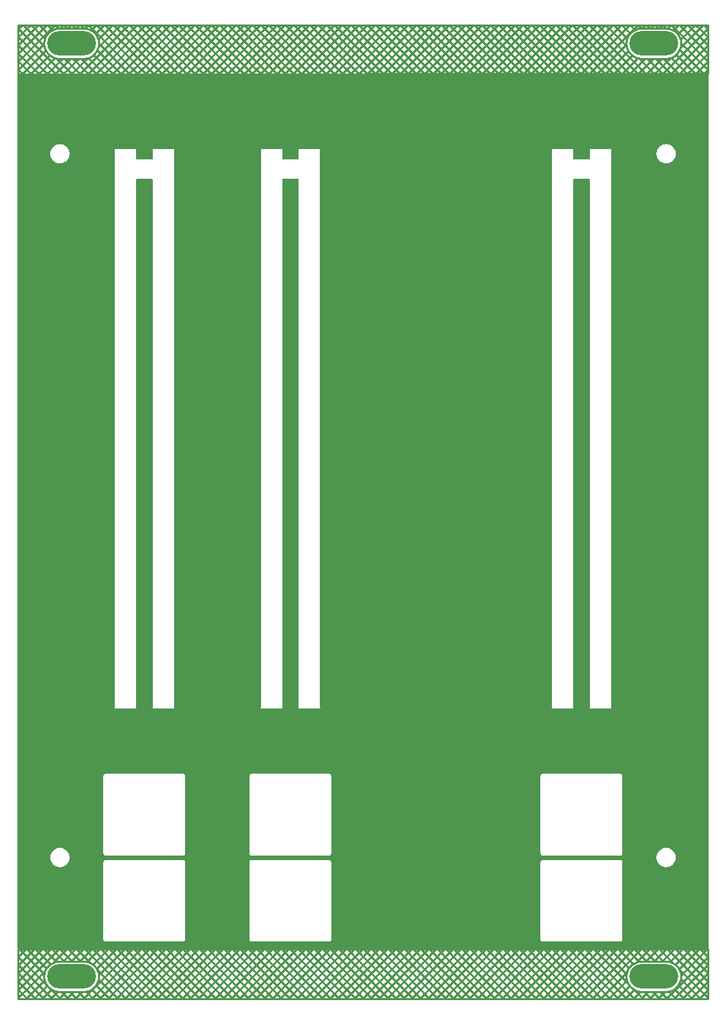
<source format=gbl>
G04 Layer: BottomLayer*
G04 EasyEDA v6.5.29, 2023-07-16 15:11:24*
G04 2c12c0e84ba74d3092461a17c469f48c,5a6b42c53f6a479593ecc07194224c93,10*
G04 Gerber Generator version 0.2*
G04 Scale: 100 percent, Rotated: No, Reflected: No *
G04 Dimensions in millimeters *
G04 leading zeros omitted , absolute positions ,4 integer and 5 decimal *
%FSLAX45Y45*%
%MOMM*%

%ADD10C,0.2540*%
%ADD11O,6.4000126X3.1999936*%

%LPD*%
G36*
X36068Y698500D02*
G01*
X32156Y699262D01*
X28905Y701497D01*
X26670Y704748D01*
X25908Y708660D01*
X25908Y3837940D01*
X26670Y3841851D01*
X28905Y3845102D01*
X32156Y3847337D01*
X36068Y3848100D01*
X32156Y3848862D01*
X28905Y3851097D01*
X26670Y3854348D01*
X25908Y3858260D01*
X25908Y12150090D01*
X26670Y12154001D01*
X28905Y12157303D01*
X32156Y12159488D01*
X36068Y12160250D01*
X9095232Y12166600D01*
X9099092Y12165787D01*
X9102394Y12163602D01*
X9104630Y12160300D01*
X9105392Y12156440D01*
X9105392Y708660D01*
X9104630Y704748D01*
X9102394Y701497D01*
X9099143Y699262D01*
X9095232Y698500D01*
G37*

%LPC*%
G36*
X8547100Y10999317D02*
G01*
X8562238Y11000232D01*
X8577224Y11002975D01*
X8591702Y11007496D01*
X8605570Y11013744D01*
X8618575Y11021618D01*
X8630564Y11030966D01*
X8641283Y11041735D01*
X8650681Y11053673D01*
X8658555Y11066678D01*
X8664803Y11080546D01*
X8669324Y11095075D01*
X8672068Y11110010D01*
X8672982Y11125200D01*
X8672068Y11140389D01*
X8669324Y11155324D01*
X8664803Y11169853D01*
X8658555Y11183721D01*
X8650681Y11196726D01*
X8641283Y11208664D01*
X8630564Y11219434D01*
X8618575Y11228781D01*
X8605570Y11236655D01*
X8591702Y11242903D01*
X8577224Y11247424D01*
X8562238Y11250168D01*
X8547100Y11251082D01*
X8531910Y11250168D01*
X8516924Y11247424D01*
X8502446Y11242903D01*
X8488578Y11236655D01*
X8475573Y11228781D01*
X8463584Y11219434D01*
X8452866Y11208664D01*
X8443468Y11196726D01*
X8435594Y11183721D01*
X8429345Y11169853D01*
X8424824Y11155324D01*
X8422081Y11140389D01*
X8421166Y11125200D01*
X8422081Y11110010D01*
X8424824Y11095075D01*
X8429345Y11080546D01*
X8435594Y11066678D01*
X8443468Y11053673D01*
X8452866Y11041735D01*
X8463584Y11030966D01*
X8475573Y11021618D01*
X8488578Y11013744D01*
X8502446Y11007496D01*
X8516924Y11002975D01*
X8531910Y11000232D01*
G37*
G36*
X6924446Y786892D02*
G01*
X7943342Y786892D01*
X7949641Y787603D01*
X7955127Y789533D01*
X7960004Y792581D01*
X7964119Y796696D01*
X7967167Y801573D01*
X7969097Y807059D01*
X7969808Y813358D01*
X7969808Y1832254D01*
X7969097Y1838553D01*
X7967167Y1843989D01*
X7964119Y1848916D01*
X7960004Y1852980D01*
X7955127Y1856079D01*
X7949641Y1858010D01*
X7943342Y1858721D01*
X6924446Y1858721D01*
X6918147Y1858010D01*
X6912711Y1856079D01*
X6907784Y1852980D01*
X6903720Y1848916D01*
X6900621Y1843989D01*
X6898690Y1838553D01*
X6897979Y1832254D01*
X6897979Y813358D01*
X6898690Y807059D01*
X6900621Y801573D01*
X6903720Y796696D01*
X6907784Y792581D01*
X6912711Y789533D01*
X6918147Y787603D01*
G37*
G36*
X584200Y1766417D02*
G01*
X599389Y1767332D01*
X614324Y1770075D01*
X628853Y1774596D01*
X642721Y1780844D01*
X655726Y1788718D01*
X667664Y1798066D01*
X678434Y1808835D01*
X687781Y1820773D01*
X695655Y1833778D01*
X701903Y1847646D01*
X706424Y1862175D01*
X709168Y1877110D01*
X710082Y1892300D01*
X709168Y1907489D01*
X706424Y1922424D01*
X701903Y1936953D01*
X695655Y1950821D01*
X687781Y1963826D01*
X678434Y1975764D01*
X667664Y1986534D01*
X655726Y1995881D01*
X642721Y2003755D01*
X628853Y2010003D01*
X614324Y2014524D01*
X599389Y2017268D01*
X584200Y2018182D01*
X569010Y2017268D01*
X554075Y2014524D01*
X539546Y2010003D01*
X525678Y2003755D01*
X512673Y1995881D01*
X500735Y1986534D01*
X489966Y1975764D01*
X480618Y1963826D01*
X472744Y1950821D01*
X466496Y1936953D01*
X461975Y1922424D01*
X459232Y1907489D01*
X458317Y1892300D01*
X459232Y1877110D01*
X461975Y1862175D01*
X466496Y1847646D01*
X472744Y1833778D01*
X480618Y1820773D01*
X489966Y1808835D01*
X500735Y1798066D01*
X512673Y1788718D01*
X525678Y1780844D01*
X539546Y1774596D01*
X554075Y1770075D01*
X569010Y1767332D01*
G37*
G36*
X8547100Y1766417D02*
G01*
X8562238Y1767332D01*
X8577224Y1770075D01*
X8591702Y1774596D01*
X8605570Y1780844D01*
X8618575Y1788718D01*
X8630564Y1798066D01*
X8641283Y1808835D01*
X8650681Y1820773D01*
X8658555Y1833778D01*
X8664803Y1847646D01*
X8669324Y1862175D01*
X8672068Y1877110D01*
X8672982Y1892300D01*
X8672068Y1907489D01*
X8669324Y1922424D01*
X8664803Y1936953D01*
X8658555Y1950821D01*
X8650681Y1963826D01*
X8641283Y1975764D01*
X8630564Y1986534D01*
X8618575Y1995881D01*
X8605570Y2003755D01*
X8591702Y2010003D01*
X8577224Y2014524D01*
X8562238Y2017268D01*
X8547100Y2018182D01*
X8531910Y2017268D01*
X8516924Y2014524D01*
X8502446Y2010003D01*
X8488578Y2003755D01*
X8475573Y1995881D01*
X8463584Y1986534D01*
X8452866Y1975764D01*
X8443468Y1963826D01*
X8435594Y1950821D01*
X8429345Y1936953D01*
X8424824Y1922424D01*
X8422081Y1907489D01*
X8421166Y1892300D01*
X8422081Y1877110D01*
X8424824Y1862175D01*
X8429345Y1847646D01*
X8435594Y1833778D01*
X8443468Y1820773D01*
X8452866Y1808835D01*
X8463584Y1798066D01*
X8475573Y1788718D01*
X8488578Y1780844D01*
X8502446Y1774596D01*
X8516924Y1770075D01*
X8531910Y1767332D01*
G37*
G36*
X1184046Y1917192D02*
G01*
X2202942Y1917192D01*
X2209241Y1917903D01*
X2214727Y1919833D01*
X2219604Y1922881D01*
X2223719Y1926996D01*
X2226767Y1931873D01*
X2228697Y1937359D01*
X2229408Y1943658D01*
X2229408Y2962554D01*
X2228697Y2968853D01*
X2226767Y2974289D01*
X2223719Y2979216D01*
X2219604Y2983280D01*
X2214727Y2986379D01*
X2209241Y2988310D01*
X2202942Y2989021D01*
X1184046Y2989021D01*
X1177747Y2988310D01*
X1172311Y2986379D01*
X1167384Y2983280D01*
X1163320Y2979216D01*
X1160221Y2974289D01*
X1158290Y2968853D01*
X1157579Y2962554D01*
X1157579Y1943658D01*
X1158290Y1937359D01*
X1160221Y1931873D01*
X1163320Y1926996D01*
X1167384Y1922881D01*
X1172311Y1919833D01*
X1177747Y1917903D01*
G37*
G36*
X3101746Y1917192D02*
G01*
X4120642Y1917192D01*
X4126941Y1917903D01*
X4132427Y1919833D01*
X4137304Y1922881D01*
X4141419Y1926996D01*
X4144467Y1931873D01*
X4146397Y1937359D01*
X4147108Y1943658D01*
X4147108Y2962554D01*
X4146397Y2968853D01*
X4144467Y2974289D01*
X4141419Y2979216D01*
X4137304Y2983280D01*
X4132427Y2986379D01*
X4126941Y2988310D01*
X4120642Y2989021D01*
X3101746Y2989021D01*
X3095447Y2988310D01*
X3090011Y2986379D01*
X3085084Y2983280D01*
X3081020Y2979216D01*
X3077921Y2974289D01*
X3075990Y2968853D01*
X3075279Y2962554D01*
X3075279Y1943658D01*
X3075990Y1937359D01*
X3077921Y1931873D01*
X3081020Y1926996D01*
X3085084Y1922881D01*
X3090011Y1919833D01*
X3095447Y1917903D01*
G37*
G36*
X3101746Y786892D02*
G01*
X4120642Y786892D01*
X4126941Y787603D01*
X4132427Y789533D01*
X4137304Y792581D01*
X4141419Y796696D01*
X4144467Y801573D01*
X4146397Y807059D01*
X4147108Y813358D01*
X4147108Y1832254D01*
X4146397Y1838553D01*
X4144467Y1843989D01*
X4141419Y1848916D01*
X4137304Y1852980D01*
X4132427Y1856079D01*
X4126941Y1858010D01*
X4120642Y1858721D01*
X3101746Y1858721D01*
X3095447Y1858010D01*
X3090011Y1856079D01*
X3085084Y1852980D01*
X3081020Y1848916D01*
X3077921Y1843989D01*
X3075990Y1838553D01*
X3075279Y1832254D01*
X3075279Y813358D01*
X3075990Y807059D01*
X3077921Y801573D01*
X3081020Y796696D01*
X3085084Y792581D01*
X3090011Y789533D01*
X3095447Y787603D01*
G37*
G36*
X7038340Y3848100D02*
G01*
X7326884Y3848100D01*
X7327900Y3849115D01*
X7327900Y10784840D01*
X7328662Y10788751D01*
X7330897Y10792002D01*
X7334148Y10794238D01*
X7338059Y10795000D01*
X7533640Y10795000D01*
X7537551Y10794238D01*
X7540802Y10792002D01*
X7543038Y10788751D01*
X7543800Y10784840D01*
X7543800Y3849115D01*
X7544816Y3848100D01*
X7822184Y3848100D01*
X7823200Y3849115D01*
X7823200Y11187684D01*
X7822184Y11188700D01*
X7544816Y11188700D01*
X7543800Y11187684D01*
X7543800Y11059160D01*
X7543038Y11055248D01*
X7540802Y11051997D01*
X7537551Y11049762D01*
X7533640Y11049000D01*
X7338059Y11049000D01*
X7334148Y11049762D01*
X7330897Y11051997D01*
X7328662Y11055248D01*
X7327900Y11059160D01*
X7327900Y11187684D01*
X7326884Y11188700D01*
X7049516Y11188700D01*
X7048500Y11187684D01*
X7048500Y3858260D01*
X7047738Y3854348D01*
X7045502Y3851097D01*
X7042251Y3848862D01*
G37*
G36*
X1184046Y786892D02*
G01*
X2202942Y786892D01*
X2209241Y787603D01*
X2214727Y789533D01*
X2219604Y792581D01*
X2223719Y796696D01*
X2226767Y801573D01*
X2228697Y807059D01*
X2229408Y813358D01*
X2229408Y1832254D01*
X2228697Y1838553D01*
X2226767Y1843989D01*
X2223719Y1848916D01*
X2219604Y1852980D01*
X2214727Y1856079D01*
X2209241Y1858010D01*
X2202942Y1858721D01*
X1184046Y1858721D01*
X1177747Y1858010D01*
X1172311Y1856079D01*
X1167384Y1852980D01*
X1163320Y1848916D01*
X1160221Y1843989D01*
X1158290Y1838553D01*
X1157579Y1832254D01*
X1157579Y813358D01*
X1158290Y807059D01*
X1160221Y801573D01*
X1163320Y796696D01*
X1167384Y792581D01*
X1172311Y789533D01*
X1177747Y787603D01*
G37*
G36*
X3215640Y3848100D02*
G01*
X3504184Y3848100D01*
X3505200Y3849115D01*
X3505200Y10784840D01*
X3505962Y10788751D01*
X3508197Y10792002D01*
X3511448Y10794238D01*
X3515360Y10795000D01*
X3710940Y10795000D01*
X3714851Y10794238D01*
X3718102Y10792002D01*
X3720337Y10788751D01*
X3721100Y10784840D01*
X3721100Y3849115D01*
X3722115Y3848100D01*
X4010660Y3848100D01*
X4006748Y3848862D01*
X4003497Y3851097D01*
X4001262Y3854348D01*
X4000500Y3858260D01*
X4000500Y11187684D01*
X3999484Y11188700D01*
X3722115Y11188700D01*
X3721100Y11187684D01*
X3721100Y11059160D01*
X3720337Y11055248D01*
X3718102Y11051997D01*
X3714851Y11049762D01*
X3710940Y11049000D01*
X3515360Y11049000D01*
X3511448Y11049762D01*
X3508197Y11051997D01*
X3505962Y11055248D01*
X3505200Y11059160D01*
X3505200Y11187684D01*
X3504184Y11188700D01*
X3226816Y11188700D01*
X3225800Y11187684D01*
X3225800Y3858260D01*
X3225038Y3854348D01*
X3222802Y3851097D01*
X3219551Y3848862D01*
G37*
G36*
X1297940Y3848100D02*
G01*
X1586484Y3848100D01*
X1587500Y3849115D01*
X1587500Y10784840D01*
X1588262Y10788751D01*
X1590497Y10792002D01*
X1593748Y10794238D01*
X1597660Y10795000D01*
X1793239Y10795000D01*
X1797151Y10794238D01*
X1800402Y10792002D01*
X1802638Y10788751D01*
X1803400Y10784840D01*
X1803400Y3849115D01*
X1804416Y3848100D01*
X2092960Y3848100D01*
X2089048Y3848862D01*
X2085797Y3851097D01*
X2083562Y3854348D01*
X2082800Y3858260D01*
X2082800Y11187684D01*
X2081784Y11188700D01*
X1804416Y11188700D01*
X1803400Y11187684D01*
X1803400Y11059160D01*
X1802638Y11055248D01*
X1800402Y11051997D01*
X1797151Y11049762D01*
X1793239Y11049000D01*
X1597660Y11049000D01*
X1593748Y11049762D01*
X1590497Y11051997D01*
X1588262Y11055248D01*
X1587500Y11059160D01*
X1587500Y11187684D01*
X1586484Y11188700D01*
X1309116Y11188700D01*
X1308100Y11187684D01*
X1308100Y3858260D01*
X1307338Y3854348D01*
X1305102Y3851097D01*
X1301851Y3848862D01*
G37*
G36*
X584200Y10999317D02*
G01*
X599389Y11000232D01*
X614324Y11002975D01*
X628853Y11007496D01*
X642721Y11013744D01*
X655726Y11021618D01*
X667664Y11030966D01*
X678434Y11041735D01*
X687781Y11053673D01*
X695655Y11066678D01*
X701903Y11080546D01*
X706424Y11095075D01*
X709168Y11110010D01*
X710082Y11125200D01*
X709168Y11140389D01*
X706424Y11155324D01*
X701903Y11169853D01*
X695655Y11183721D01*
X687781Y11196726D01*
X678434Y11208664D01*
X667664Y11219434D01*
X655726Y11228781D01*
X642721Y11236655D01*
X628853Y11242903D01*
X614324Y11247424D01*
X599389Y11250168D01*
X584200Y11251082D01*
X569010Y11250168D01*
X554075Y11247424D01*
X539546Y11242903D01*
X525678Y11236655D01*
X512673Y11228781D01*
X500735Y11219434D01*
X489966Y11208664D01*
X480618Y11196726D01*
X472744Y11183721D01*
X466496Y11169853D01*
X461975Y11155324D01*
X459232Y11140389D01*
X458317Y11125200D01*
X459232Y11110010D01*
X461975Y11095075D01*
X466496Y11080546D01*
X472744Y11066678D01*
X480618Y11053673D01*
X489966Y11041735D01*
X500735Y11030966D01*
X512673Y11021618D01*
X525678Y11013744D01*
X539546Y11007496D01*
X554075Y11002975D01*
X569010Y11000232D01*
G37*
G36*
X6924446Y1917192D02*
G01*
X7943342Y1917192D01*
X7949641Y1917903D01*
X7955127Y1919833D01*
X7960004Y1922881D01*
X7964119Y1926996D01*
X7967167Y1931873D01*
X7969097Y1937359D01*
X7969808Y1943658D01*
X7969808Y2962554D01*
X7969097Y2968853D01*
X7967167Y2974289D01*
X7964119Y2979216D01*
X7960004Y2983280D01*
X7955127Y2986379D01*
X7949641Y2988310D01*
X7943342Y2989021D01*
X6924446Y2989021D01*
X6918147Y2988310D01*
X6912711Y2986379D01*
X6907784Y2983280D01*
X6903720Y2979216D01*
X6900621Y2974289D01*
X6898690Y2968853D01*
X6897979Y2962554D01*
X6897979Y1943658D01*
X6898690Y1937359D01*
X6900621Y1931873D01*
X6903720Y1926996D01*
X6907784Y1922881D01*
X6912711Y1919833D01*
X6918147Y1917903D01*
G37*

%LPD*%
D10*
X8978900Y12128500D02*
G01*
X8978900Y12192000D01*
X8978900Y685800D02*
G01*
X8978900Y749300D01*
X38862Y12173230D02*
G01*
X38862Y12813537D01*
X38862Y12813537D02*
G01*
X9092438Y12813537D01*
X9092438Y12813537D02*
G01*
X9092438Y12179527D01*
X9092438Y12179527D02*
G01*
X38862Y12173230D01*
X8068276Y12446843D02*
G01*
X8081382Y12432383D01*
X8081382Y12432383D02*
G01*
X8095842Y12419277D01*
X8095842Y12419277D02*
G01*
X8111517Y12407652D01*
X8111517Y12407652D02*
G01*
X8128256Y12397619D01*
X8128256Y12397619D02*
G01*
X8145897Y12389275D01*
X8145897Y12389275D02*
G01*
X8164272Y12382701D01*
X8164272Y12382701D02*
G01*
X8183203Y12377959D01*
X8183203Y12377959D02*
G01*
X8202507Y12375095D01*
X8202507Y12375095D02*
G01*
X8221999Y12374138D01*
X8221999Y12374138D02*
G01*
X8542000Y12374138D01*
X8542000Y12374138D02*
G01*
X8561492Y12375095D01*
X8561492Y12375095D02*
G01*
X8580796Y12377959D01*
X8580796Y12377959D02*
G01*
X8599727Y12382701D01*
X8599727Y12382701D02*
G01*
X8618102Y12389275D01*
X8618102Y12389275D02*
G01*
X8635743Y12397619D01*
X8635743Y12397619D02*
G01*
X8652482Y12407652D01*
X8652482Y12407652D02*
G01*
X8668157Y12419277D01*
X8668157Y12419277D02*
G01*
X8682617Y12432383D01*
X8682617Y12432383D02*
G01*
X8695723Y12446843D01*
X8695723Y12446843D02*
G01*
X8707348Y12462518D01*
X8707348Y12462518D02*
G01*
X8717381Y12479257D01*
X8717381Y12479257D02*
G01*
X8725725Y12496898D01*
X8725725Y12496898D02*
G01*
X8732299Y12515273D01*
X8732299Y12515273D02*
G01*
X8737041Y12534204D01*
X8737041Y12534204D02*
G01*
X8739905Y12553508D01*
X8739905Y12553508D02*
G01*
X8740862Y12573000D01*
X8740862Y12573000D02*
G01*
X8739905Y12592491D01*
X8739905Y12592491D02*
G01*
X8737041Y12611795D01*
X8737041Y12611795D02*
G01*
X8732299Y12630726D01*
X8732299Y12630726D02*
G01*
X8725725Y12649101D01*
X8725725Y12649101D02*
G01*
X8717381Y12666742D01*
X8717381Y12666742D02*
G01*
X8707348Y12683481D01*
X8707348Y12683481D02*
G01*
X8695723Y12699156D01*
X8695723Y12699156D02*
G01*
X8682617Y12713616D01*
X8682617Y12713616D02*
G01*
X8668157Y12726722D01*
X8668157Y12726722D02*
G01*
X8652482Y12738347D01*
X8652482Y12738347D02*
G01*
X8635743Y12748380D01*
X8635743Y12748380D02*
G01*
X8618102Y12756724D01*
X8618102Y12756724D02*
G01*
X8599727Y12763298D01*
X8599727Y12763298D02*
G01*
X8580796Y12768040D01*
X8580796Y12768040D02*
G01*
X8561492Y12770904D01*
X8561492Y12770904D02*
G01*
X8542000Y12771861D01*
X8542000Y12771861D02*
G01*
X8221999Y12771861D01*
X8221999Y12771861D02*
G01*
X8202507Y12770904D01*
X8202507Y12770904D02*
G01*
X8183203Y12768040D01*
X8183203Y12768040D02*
G01*
X8164272Y12763298D01*
X8164272Y12763298D02*
G01*
X8145897Y12756724D01*
X8145897Y12756724D02*
G01*
X8128256Y12748380D01*
X8128256Y12748380D02*
G01*
X8111517Y12738347D01*
X8111517Y12738347D02*
G01*
X8095842Y12726722D01*
X8095842Y12726722D02*
G01*
X8081382Y12713616D01*
X8081382Y12713616D02*
G01*
X8068276Y12699156D01*
X8068276Y12699156D02*
G01*
X8056651Y12683481D01*
X8056651Y12683481D02*
G01*
X8046618Y12666742D01*
X8046618Y12666742D02*
G01*
X8038274Y12649101D01*
X8038274Y12649101D02*
G01*
X8031700Y12630726D01*
X8031700Y12630726D02*
G01*
X8026958Y12611795D01*
X8026958Y12611795D02*
G01*
X8024094Y12592491D01*
X8024094Y12592491D02*
G01*
X8023137Y12573000D01*
X8023137Y12573000D02*
G01*
X8024094Y12553508D01*
X8024094Y12553508D02*
G01*
X8026958Y12534204D01*
X8026958Y12534204D02*
G01*
X8031700Y12515273D01*
X8031700Y12515273D02*
G01*
X8038274Y12496898D01*
X8038274Y12496898D02*
G01*
X8046618Y12479257D01*
X8046618Y12479257D02*
G01*
X8056651Y12462518D01*
X8056651Y12462518D02*
G01*
X8068276Y12446843D01*
X435982Y12432383D02*
G01*
X450442Y12419277D01*
X450442Y12419277D02*
G01*
X466117Y12407652D01*
X466117Y12407652D02*
G01*
X482856Y12397619D01*
X482856Y12397619D02*
G01*
X500497Y12389275D01*
X500497Y12389275D02*
G01*
X518872Y12382701D01*
X518872Y12382701D02*
G01*
X537803Y12377959D01*
X537803Y12377959D02*
G01*
X557107Y12375095D01*
X557107Y12375095D02*
G01*
X576599Y12374138D01*
X576599Y12374138D02*
G01*
X896600Y12374138D01*
X896600Y12374138D02*
G01*
X916092Y12375095D01*
X916092Y12375095D02*
G01*
X935396Y12377959D01*
X935396Y12377959D02*
G01*
X954327Y12382701D01*
X954327Y12382701D02*
G01*
X972702Y12389275D01*
X972702Y12389275D02*
G01*
X990343Y12397619D01*
X990343Y12397619D02*
G01*
X1007082Y12407652D01*
X1007082Y12407652D02*
G01*
X1022757Y12419277D01*
X1022757Y12419277D02*
G01*
X1037217Y12432383D01*
X1037217Y12432383D02*
G01*
X1050323Y12446843D01*
X1050323Y12446843D02*
G01*
X1061948Y12462518D01*
X1061948Y12462518D02*
G01*
X1071981Y12479257D01*
X1071981Y12479257D02*
G01*
X1080325Y12496898D01*
X1080325Y12496898D02*
G01*
X1086899Y12515273D01*
X1086899Y12515273D02*
G01*
X1091641Y12534204D01*
X1091641Y12534204D02*
G01*
X1094505Y12553508D01*
X1094505Y12553508D02*
G01*
X1095462Y12573000D01*
X1095462Y12573000D02*
G01*
X1094505Y12592491D01*
X1094505Y12592491D02*
G01*
X1091641Y12611795D01*
X1091641Y12611795D02*
G01*
X1086899Y12630726D01*
X1086899Y12630726D02*
G01*
X1080325Y12649101D01*
X1080325Y12649101D02*
G01*
X1071981Y12666742D01*
X1071981Y12666742D02*
G01*
X1061948Y12683481D01*
X1061948Y12683481D02*
G01*
X1050323Y12699156D01*
X1050323Y12699156D02*
G01*
X1037217Y12713616D01*
X1037217Y12713616D02*
G01*
X1022757Y12726722D01*
X1022757Y12726722D02*
G01*
X1007082Y12738347D01*
X1007082Y12738347D02*
G01*
X990343Y12748380D01*
X990343Y12748380D02*
G01*
X972702Y12756724D01*
X972702Y12756724D02*
G01*
X954327Y12763298D01*
X954327Y12763298D02*
G01*
X935396Y12768040D01*
X935396Y12768040D02*
G01*
X916092Y12770904D01*
X916092Y12770904D02*
G01*
X896600Y12771861D01*
X896600Y12771861D02*
G01*
X576599Y12771861D01*
X576599Y12771861D02*
G01*
X557107Y12770904D01*
X557107Y12770904D02*
G01*
X537803Y12768040D01*
X537803Y12768040D02*
G01*
X518872Y12763298D01*
X518872Y12763298D02*
G01*
X500497Y12756724D01*
X500497Y12756724D02*
G01*
X482856Y12748380D01*
X482856Y12748380D02*
G01*
X466117Y12738347D01*
X466117Y12738347D02*
G01*
X450442Y12726722D01*
X450442Y12726722D02*
G01*
X435982Y12713616D01*
X435982Y12713616D02*
G01*
X422876Y12699156D01*
X422876Y12699156D02*
G01*
X411251Y12683481D01*
X411251Y12683481D02*
G01*
X401218Y12666742D01*
X401218Y12666742D02*
G01*
X392874Y12649101D01*
X392874Y12649101D02*
G01*
X386300Y12630726D01*
X386300Y12630726D02*
G01*
X381558Y12611795D01*
X381558Y12611795D02*
G01*
X378694Y12592491D01*
X378694Y12592491D02*
G01*
X377737Y12573000D01*
X377737Y12573000D02*
G01*
X378694Y12553508D01*
X378694Y12553508D02*
G01*
X381558Y12534204D01*
X381558Y12534204D02*
G01*
X386300Y12515273D01*
X386300Y12515273D02*
G01*
X392874Y12496898D01*
X392874Y12496898D02*
G01*
X401218Y12479257D01*
X401218Y12479257D02*
G01*
X411251Y12462518D01*
X411251Y12462518D02*
G01*
X422876Y12446843D01*
X422876Y12446843D02*
G01*
X435982Y12432383D01*
X38862Y12228167D02*
G01*
X93760Y12173269D01*
X38862Y12335930D02*
G01*
X201448Y12173344D01*
X38862Y12443693D02*
G01*
X309137Y12173418D01*
X38862Y12551456D02*
G01*
X416825Y12173493D01*
X38862Y12659220D02*
G01*
X524513Y12173568D01*
X38862Y12766983D02*
G01*
X632201Y12173643D01*
X100070Y12813537D02*
G01*
X382278Y12531330D01*
X534929Y12378679D02*
G01*
X739889Y12173718D01*
X207833Y12813537D02*
G01*
X387445Y12633926D01*
X647233Y12374138D02*
G01*
X847577Y12173793D01*
X315596Y12813537D02*
G01*
X426252Y12702881D01*
X754996Y12374138D02*
G01*
X955266Y12173868D01*
X423359Y12813537D02*
G01*
X486699Y12750198D01*
X862759Y12374138D02*
G01*
X1062954Y12173943D01*
X531122Y12813537D02*
G01*
X572976Y12771683D01*
X959948Y12384712D02*
G01*
X1170642Y12174018D01*
X638885Y12813537D02*
G01*
X680562Y12771861D01*
X1028206Y12424216D02*
G01*
X1278330Y12174093D01*
X746648Y12813537D02*
G01*
X788325Y12771861D01*
X1074854Y12485332D02*
G01*
X1386018Y12174167D01*
X854411Y12813537D02*
G01*
X896088Y12771861D01*
X1095438Y12572511D02*
G01*
X1493707Y12174242D01*
X962174Y12813537D02*
G01*
X1601395Y12174317D01*
X1069937Y12813537D02*
G01*
X1709083Y12174392D01*
X1177700Y12813537D02*
G01*
X1816771Y12174467D01*
X1285464Y12813537D02*
G01*
X1924459Y12174542D01*
X1393227Y12813537D02*
G01*
X2032148Y12174617D01*
X1500990Y12813537D02*
G01*
X2139836Y12174692D01*
X1608753Y12813537D02*
G01*
X2247524Y12174766D01*
X1716516Y12813537D02*
G01*
X2355212Y12174841D01*
X1824279Y12813537D02*
G01*
X2462900Y12174916D01*
X1932042Y12813537D02*
G01*
X2570588Y12174991D01*
X2039805Y12813537D02*
G01*
X2678277Y12175066D01*
X2147568Y12813537D02*
G01*
X2785965Y12175141D01*
X2255331Y12813537D02*
G01*
X2893653Y12175216D01*
X2363094Y12813537D02*
G01*
X3001341Y12175291D01*
X2470857Y12813537D02*
G01*
X3109029Y12175366D01*
X2578620Y12813537D02*
G01*
X3216717Y12175440D01*
X2686384Y12813537D02*
G01*
X3324406Y12175515D01*
X2794147Y12813537D02*
G01*
X3432094Y12175590D01*
X2901910Y12813537D02*
G01*
X3539782Y12175665D01*
X3009673Y12813537D02*
G01*
X3647470Y12175740D01*
X3117436Y12813537D02*
G01*
X3755158Y12175815D01*
X3225199Y12813537D02*
G01*
X3862847Y12175890D01*
X3332962Y12813537D02*
G01*
X3970535Y12175965D01*
X3440725Y12813537D02*
G01*
X4078223Y12176040D01*
X3548488Y12813537D02*
G01*
X4185911Y12176114D01*
X3656251Y12813537D02*
G01*
X4293599Y12176189D01*
X3764014Y12813537D02*
G01*
X4401288Y12176264D01*
X3871777Y12813537D02*
G01*
X4508976Y12176339D01*
X3979540Y12813537D02*
G01*
X4616664Y12176414D01*
X4087303Y12813537D02*
G01*
X4724352Y12176489D01*
X4195067Y12813537D02*
G01*
X4832040Y12176564D01*
X4302830Y12813537D02*
G01*
X4939729Y12176639D01*
X4410593Y12813537D02*
G01*
X5047417Y12176714D01*
X4518356Y12813537D02*
G01*
X5155105Y12176788D01*
X4626119Y12813537D02*
G01*
X5262793Y12176863D01*
X4733882Y12813537D02*
G01*
X5370481Y12176938D01*
X4841645Y12813537D02*
G01*
X5478169Y12177013D01*
X4949408Y12813537D02*
G01*
X5585858Y12177088D01*
X5057171Y12813537D02*
G01*
X5693546Y12177163D01*
X5164934Y12813537D02*
G01*
X5801234Y12177238D01*
X5272697Y12813537D02*
G01*
X5908922Y12177313D01*
X5380460Y12813537D02*
G01*
X6016610Y12177388D01*
X5488223Y12813537D02*
G01*
X6124299Y12177462D01*
X5595987Y12813537D02*
G01*
X6231987Y12177537D01*
X5703750Y12813537D02*
G01*
X6339675Y12177612D01*
X5811513Y12813537D02*
G01*
X6447363Y12177687D01*
X5919276Y12813537D02*
G01*
X6555051Y12177762D01*
X6027039Y12813537D02*
G01*
X6662740Y12177837D01*
X6134802Y12813537D02*
G01*
X6770428Y12177912D01*
X6242565Y12813537D02*
G01*
X6878116Y12177987D01*
X6350328Y12813537D02*
G01*
X6985804Y12178062D01*
X6458091Y12813537D02*
G01*
X7093492Y12178136D01*
X6565854Y12813537D02*
G01*
X7201180Y12178211D01*
X6673617Y12813537D02*
G01*
X7308869Y12178286D01*
X6781380Y12813537D02*
G01*
X7416557Y12178361D01*
X6889143Y12813537D02*
G01*
X7524245Y12178436D01*
X6996907Y12813537D02*
G01*
X7631933Y12178511D01*
X7104670Y12813537D02*
G01*
X7739621Y12178586D01*
X7212433Y12813537D02*
G01*
X7847309Y12178661D01*
X7320196Y12813537D02*
G01*
X7954998Y12178735D01*
X7427959Y12813537D02*
G01*
X8062686Y12178810D01*
X7535722Y12813537D02*
G01*
X8170374Y12178885D01*
X7643485Y12813537D02*
G01*
X8278062Y12178960D01*
X7751248Y12813537D02*
G01*
X8026327Y12538459D01*
X8187458Y12377328D02*
G01*
X8385751Y12179035D01*
X7859011Y12813537D02*
G01*
X8034367Y12638181D01*
X8298411Y12374138D02*
G01*
X8493439Y12179110D01*
X7966774Y12813537D02*
G01*
X8074400Y12705912D01*
X8406174Y12374138D02*
G01*
X8601127Y12179185D01*
X8074537Y12813537D02*
G01*
X8136022Y12752053D01*
X8513937Y12374138D02*
G01*
X8708815Y12179260D01*
X8182300Y12813537D02*
G01*
X8223977Y12771861D01*
X8609603Y12386235D02*
G01*
X8816503Y12179335D01*
X8290063Y12813537D02*
G01*
X8331740Y12771861D01*
X8676637Y12426963D02*
G01*
X8924191Y12179409D01*
X8397826Y12813537D02*
G01*
X8439503Y12771861D01*
X8722109Y12489254D02*
G01*
X9031880Y12179484D01*
X8505590Y12813537D02*
G01*
X8547538Y12771589D01*
X8740590Y12578537D02*
G01*
X9092438Y12226690D01*
X8613353Y12813537D02*
G01*
X9092438Y12334453D01*
X8721116Y12813537D02*
G01*
X9092438Y12442216D01*
X8828879Y12813537D02*
G01*
X9092438Y12549979D01*
X8936642Y12813537D02*
G01*
X9092438Y12657742D01*
X9044405Y12813537D02*
G01*
X9092438Y12765505D01*
X9043763Y12179493D02*
G01*
X9092438Y12228167D01*
X8935925Y12179418D02*
G01*
X9092438Y12335930D01*
X8828087Y12179343D02*
G01*
X9092438Y12443693D01*
X8720249Y12179268D02*
G01*
X9092438Y12551456D01*
X8612411Y12179193D02*
G01*
X9092438Y12659220D01*
X8504573Y12179118D02*
G01*
X9092438Y12766983D01*
X8396734Y12179043D02*
G01*
X8600763Y12383072D01*
X8731928Y12514237D02*
G01*
X9031229Y12813537D01*
X8288896Y12178968D02*
G01*
X8484066Y12374138D01*
X8733973Y12624044D02*
G01*
X8923466Y12813537D01*
X8181058Y12178893D02*
G01*
X8376303Y12374138D01*
X8698107Y12695941D02*
G01*
X8815703Y12813537D01*
X8073220Y12178818D02*
G01*
X8268540Y12374138D01*
X8640144Y12745742D02*
G01*
X8707940Y12813537D01*
X7965382Y12178743D02*
G01*
X8168325Y12381685D01*
X8557728Y12771089D02*
G01*
X8600177Y12813537D01*
X7857544Y12178668D02*
G01*
X8097169Y12418293D01*
X8450737Y12771861D02*
G01*
X8492414Y12813537D01*
X7749706Y12178593D02*
G01*
X8048024Y12476911D01*
X8342974Y12771861D02*
G01*
X8384651Y12813537D01*
X7641868Y12178518D02*
G01*
X8023756Y12560405D01*
X8235211Y12771861D02*
G01*
X8276888Y12813537D01*
X7534030Y12178443D02*
G01*
X8169125Y12813537D01*
X7426192Y12178368D02*
G01*
X8061362Y12813537D01*
X7318354Y12178293D02*
G01*
X7953599Y12813537D01*
X7210516Y12178218D02*
G01*
X7845835Y12813537D01*
X7102678Y12178143D02*
G01*
X7738072Y12813537D01*
X6994839Y12178068D02*
G01*
X7630309Y12813537D01*
X6887001Y12177993D02*
G01*
X7522546Y12813537D01*
X6779163Y12177918D02*
G01*
X7414783Y12813537D01*
X6671325Y12177843D02*
G01*
X7307020Y12813537D01*
X6563487Y12177768D02*
G01*
X7199257Y12813537D01*
X6455649Y12177693D02*
G01*
X7091494Y12813537D01*
X6347811Y12177618D02*
G01*
X6983731Y12813537D01*
X6239973Y12177543D02*
G01*
X6875968Y12813537D01*
X6132135Y12177468D02*
G01*
X6768205Y12813537D01*
X6024297Y12177393D02*
G01*
X6660442Y12813537D01*
X5916459Y12177318D02*
G01*
X6552679Y12813537D01*
X5808621Y12177243D02*
G01*
X6444915Y12813537D01*
X5700783Y12177168D02*
G01*
X6337152Y12813537D01*
X5592945Y12177093D02*
G01*
X6229389Y12813537D01*
X5485107Y12177018D02*
G01*
X6121626Y12813537D01*
X5377269Y12176943D02*
G01*
X6013863Y12813537D01*
X5269430Y12176868D02*
G01*
X5906100Y12813537D01*
X5161592Y12176793D02*
G01*
X5798337Y12813537D01*
X5053754Y12176718D02*
G01*
X5690574Y12813537D01*
X4945916Y12176643D02*
G01*
X5582811Y12813537D01*
X4838078Y12176568D02*
G01*
X5475048Y12813537D01*
X4730240Y12176493D02*
G01*
X5367285Y12813537D01*
X4622402Y12176418D02*
G01*
X5259522Y12813537D01*
X4514564Y12176343D02*
G01*
X5151759Y12813537D01*
X4406726Y12176268D02*
G01*
X5043996Y12813537D01*
X4298888Y12176193D02*
G01*
X4936232Y12813537D01*
X4191050Y12176118D02*
G01*
X4828469Y12813537D01*
X4083212Y12176043D02*
G01*
X4720706Y12813537D01*
X3975374Y12175968D02*
G01*
X4612943Y12813537D01*
X3867536Y12175893D02*
G01*
X4505180Y12813537D01*
X3759698Y12175818D02*
G01*
X4397417Y12813537D01*
X3651860Y12175743D02*
G01*
X4289654Y12813537D01*
X3544021Y12175668D02*
G01*
X4181891Y12813537D01*
X3436183Y12175593D02*
G01*
X4074128Y12813537D01*
X3328345Y12175518D02*
G01*
X3966365Y12813537D01*
X3220507Y12175443D02*
G01*
X3858602Y12813537D01*
X3112669Y12175368D02*
G01*
X3750839Y12813537D01*
X3004831Y12175293D02*
G01*
X3643076Y12813537D01*
X2896993Y12175218D02*
G01*
X3535312Y12813537D01*
X2789155Y12175143D02*
G01*
X3427549Y12813537D01*
X2681317Y12175068D02*
G01*
X3319786Y12813537D01*
X2573479Y12174993D02*
G01*
X3212023Y12813537D01*
X2465641Y12174918D02*
G01*
X3104260Y12813537D01*
X2357803Y12174843D02*
G01*
X2996497Y12813537D01*
X2249965Y12174768D02*
G01*
X2888734Y12813537D01*
X2142127Y12174693D02*
G01*
X2780971Y12813537D01*
X2034289Y12174618D02*
G01*
X2673208Y12813537D01*
X1926451Y12174543D02*
G01*
X2565445Y12813537D01*
X1818612Y12174468D02*
G01*
X2457682Y12813537D01*
X1710774Y12174393D02*
G01*
X2349919Y12813537D01*
X1602936Y12174318D02*
G01*
X2242156Y12813537D01*
X1495098Y12174243D02*
G01*
X2134392Y12813537D01*
X1387260Y12174168D02*
G01*
X2026629Y12813537D01*
X1279422Y12174093D02*
G01*
X1918866Y12813537D01*
X1171584Y12174018D02*
G01*
X1811103Y12813537D01*
X1063746Y12173943D02*
G01*
X1703340Y12813537D01*
X955908Y12173868D02*
G01*
X1595577Y12813537D01*
X848070Y12173793D02*
G01*
X1487814Y12813537D01*
X740232Y12173718D02*
G01*
X947506Y12380992D01*
X1088608Y12522094D02*
G01*
X1380051Y12813537D01*
X632394Y12173643D02*
G01*
X832888Y12374138D01*
X1087415Y12628665D02*
G01*
X1272288Y12813537D01*
X524556Y12173568D02*
G01*
X725125Y12374138D01*
X1050237Y12699250D02*
G01*
X1164525Y12813537D01*
X416717Y12173493D02*
G01*
X617362Y12374138D01*
X991132Y12747907D02*
G01*
X1056762Y12813537D01*
X308880Y12173418D02*
G01*
X518349Y12382888D01*
X906820Y12771359D02*
G01*
X948999Y12813537D01*
X201042Y12173343D02*
G01*
X448624Y12420925D01*
X799559Y12771861D02*
G01*
X841236Y12813537D01*
X93203Y12173268D02*
G01*
X400567Y12480632D01*
X691796Y12771861D02*
G01*
X733473Y12813537D01*
X38862Y12226690D02*
G01*
X378085Y12565913D01*
X584033Y12771861D02*
G01*
X625709Y12813537D01*
X38862Y12334453D02*
G01*
X517946Y12813537D01*
X38862Y12442216D02*
G01*
X410183Y12813537D01*
X38862Y12549979D02*
G01*
X302420Y12813537D01*
X38862Y12657742D02*
G01*
X194657Y12813537D01*
X38862Y12765505D02*
G01*
X86894Y12813537D01*
X9092438Y38862D02*
G01*
X38862Y38862D01*
X38862Y38862D02*
G01*
X38862Y685545D01*
X38862Y685545D02*
G01*
X9092438Y685545D01*
X9092438Y685545D02*
G01*
X9092438Y38862D01*
X435982Y189583D02*
G01*
X450442Y176477D01*
X450442Y176477D02*
G01*
X466117Y164852D01*
X466117Y164852D02*
G01*
X482856Y154819D01*
X482856Y154819D02*
G01*
X500497Y146475D01*
X500497Y146475D02*
G01*
X518872Y139901D01*
X518872Y139901D02*
G01*
X537803Y135159D01*
X537803Y135159D02*
G01*
X557107Y132295D01*
X557107Y132295D02*
G01*
X576599Y131338D01*
X576599Y131338D02*
G01*
X896600Y131338D01*
X896600Y131338D02*
G01*
X916092Y132295D01*
X916092Y132295D02*
G01*
X935396Y135159D01*
X935396Y135159D02*
G01*
X954327Y139901D01*
X954327Y139901D02*
G01*
X972702Y146475D01*
X972702Y146475D02*
G01*
X990343Y154819D01*
X990343Y154819D02*
G01*
X1007082Y164852D01*
X1007082Y164852D02*
G01*
X1022757Y176477D01*
X1022757Y176477D02*
G01*
X1037217Y189583D01*
X1037217Y189583D02*
G01*
X1050323Y204043D01*
X1050323Y204043D02*
G01*
X1061948Y219718D01*
X1061948Y219718D02*
G01*
X1071981Y236457D01*
X1071981Y236457D02*
G01*
X1080325Y254098D01*
X1080325Y254098D02*
G01*
X1086899Y272473D01*
X1086899Y272473D02*
G01*
X1091641Y291404D01*
X1091641Y291404D02*
G01*
X1094505Y310708D01*
X1094505Y310708D02*
G01*
X1095462Y330200D01*
X1095462Y330200D02*
G01*
X1094505Y349691D01*
X1094505Y349691D02*
G01*
X1091641Y368995D01*
X1091641Y368995D02*
G01*
X1086899Y387926D01*
X1086899Y387926D02*
G01*
X1080325Y406301D01*
X1080325Y406301D02*
G01*
X1071981Y423942D01*
X1071981Y423942D02*
G01*
X1061948Y440681D01*
X1061948Y440681D02*
G01*
X1050323Y456356D01*
X1050323Y456356D02*
G01*
X1037217Y470816D01*
X1037217Y470816D02*
G01*
X1022757Y483922D01*
X1022757Y483922D02*
G01*
X1007082Y495547D01*
X1007082Y495547D02*
G01*
X990343Y505580D01*
X990343Y505580D02*
G01*
X972702Y513924D01*
X972702Y513924D02*
G01*
X954327Y520498D01*
X954327Y520498D02*
G01*
X935396Y525240D01*
X935396Y525240D02*
G01*
X916092Y528104D01*
X916092Y528104D02*
G01*
X896600Y529061D01*
X896600Y529061D02*
G01*
X576599Y529061D01*
X576599Y529061D02*
G01*
X557107Y528104D01*
X557107Y528104D02*
G01*
X537803Y525240D01*
X537803Y525240D02*
G01*
X518872Y520498D01*
X518872Y520498D02*
G01*
X500497Y513924D01*
X500497Y513924D02*
G01*
X482856Y505580D01*
X482856Y505580D02*
G01*
X466117Y495547D01*
X466117Y495547D02*
G01*
X450442Y483922D01*
X450442Y483922D02*
G01*
X435982Y470816D01*
X435982Y470816D02*
G01*
X422876Y456356D01*
X422876Y456356D02*
G01*
X411251Y440681D01*
X411251Y440681D02*
G01*
X401218Y423942D01*
X401218Y423942D02*
G01*
X392874Y406301D01*
X392874Y406301D02*
G01*
X386300Y387926D01*
X386300Y387926D02*
G01*
X381558Y368995D01*
X381558Y368995D02*
G01*
X378694Y349691D01*
X378694Y349691D02*
G01*
X377737Y330200D01*
X377737Y330200D02*
G01*
X378694Y310708D01*
X378694Y310708D02*
G01*
X381558Y291404D01*
X381558Y291404D02*
G01*
X386300Y272473D01*
X386300Y272473D02*
G01*
X392874Y254098D01*
X392874Y254098D02*
G01*
X401218Y236457D01*
X401218Y236457D02*
G01*
X411251Y219718D01*
X411251Y219718D02*
G01*
X422876Y204043D01*
X422876Y204043D02*
G01*
X435982Y189583D01*
X8068276Y204043D02*
G01*
X8081382Y189583D01*
X8081382Y189583D02*
G01*
X8095842Y176477D01*
X8095842Y176477D02*
G01*
X8111517Y164852D01*
X8111517Y164852D02*
G01*
X8128256Y154819D01*
X8128256Y154819D02*
G01*
X8145897Y146475D01*
X8145897Y146475D02*
G01*
X8164272Y139901D01*
X8164272Y139901D02*
G01*
X8183203Y135159D01*
X8183203Y135159D02*
G01*
X8202507Y132295D01*
X8202507Y132295D02*
G01*
X8221999Y131338D01*
X8221999Y131338D02*
G01*
X8542000Y131338D01*
X8542000Y131338D02*
G01*
X8561492Y132295D01*
X8561492Y132295D02*
G01*
X8580796Y135159D01*
X8580796Y135159D02*
G01*
X8599727Y139901D01*
X8599727Y139901D02*
G01*
X8618102Y146475D01*
X8618102Y146475D02*
G01*
X8635743Y154819D01*
X8635743Y154819D02*
G01*
X8652482Y164852D01*
X8652482Y164852D02*
G01*
X8668157Y176477D01*
X8668157Y176477D02*
G01*
X8682617Y189583D01*
X8682617Y189583D02*
G01*
X8695723Y204043D01*
X8695723Y204043D02*
G01*
X8707348Y219718D01*
X8707348Y219718D02*
G01*
X8717381Y236457D01*
X8717381Y236457D02*
G01*
X8725725Y254098D01*
X8725725Y254098D02*
G01*
X8732299Y272473D01*
X8732299Y272473D02*
G01*
X8737041Y291404D01*
X8737041Y291404D02*
G01*
X8739905Y310708D01*
X8739905Y310708D02*
G01*
X8740862Y330200D01*
X8740862Y330200D02*
G01*
X8739905Y349691D01*
X8739905Y349691D02*
G01*
X8737041Y368995D01*
X8737041Y368995D02*
G01*
X8732299Y387926D01*
X8732299Y387926D02*
G01*
X8725725Y406301D01*
X8725725Y406301D02*
G01*
X8717381Y423942D01*
X8717381Y423942D02*
G01*
X8707348Y440681D01*
X8707348Y440681D02*
G01*
X8695723Y456356D01*
X8695723Y456356D02*
G01*
X8682617Y470816D01*
X8682617Y470816D02*
G01*
X8668157Y483922D01*
X8668157Y483922D02*
G01*
X8652482Y495547D01*
X8652482Y495547D02*
G01*
X8635743Y505580D01*
X8635743Y505580D02*
G01*
X8618102Y513924D01*
X8618102Y513924D02*
G01*
X8599727Y520498D01*
X8599727Y520498D02*
G01*
X8580796Y525240D01*
X8580796Y525240D02*
G01*
X8561492Y528104D01*
X8561492Y528104D02*
G01*
X8542000Y529061D01*
X8542000Y529061D02*
G01*
X8221999Y529061D01*
X8221999Y529061D02*
G01*
X8202507Y528104D01*
X8202507Y528104D02*
G01*
X8183203Y525240D01*
X8183203Y525240D02*
G01*
X8164272Y520498D01*
X8164272Y520498D02*
G01*
X8145897Y513924D01*
X8145897Y513924D02*
G01*
X8128256Y505580D01*
X8128256Y505580D02*
G01*
X8111517Y495547D01*
X8111517Y495547D02*
G01*
X8095842Y483922D01*
X8095842Y483922D02*
G01*
X8081382Y470816D01*
X8081382Y470816D02*
G01*
X8068276Y456356D01*
X8068276Y456356D02*
G01*
X8056651Y440681D01*
X8056651Y440681D02*
G01*
X8046618Y423942D01*
X8046618Y423942D02*
G01*
X8038274Y406301D01*
X8038274Y406301D02*
G01*
X8031700Y387926D01*
X8031700Y387926D02*
G01*
X8026958Y368995D01*
X8026958Y368995D02*
G01*
X8024094Y349691D01*
X8024094Y349691D02*
G01*
X8023137Y330200D01*
X8023137Y330200D02*
G01*
X8024094Y310708D01*
X8024094Y310708D02*
G01*
X8026958Y291404D01*
X8026958Y291404D02*
G01*
X8031700Y272473D01*
X8031700Y272473D02*
G01*
X8038274Y254098D01*
X8038274Y254098D02*
G01*
X8046618Y236457D01*
X8046618Y236457D02*
G01*
X8056651Y219718D01*
X8056651Y219718D02*
G01*
X8068276Y204043D01*
X38862Y50940D02*
G01*
X50940Y38862D01*
X38862Y158703D02*
G01*
X158703Y38862D01*
X38862Y266466D02*
G01*
X266466Y38862D01*
X38862Y374229D02*
G01*
X374229Y38862D01*
X38862Y481992D02*
G01*
X481992Y38862D01*
X38862Y589755D02*
G01*
X418003Y210614D01*
X457013Y171604D02*
G01*
X589755Y38862D01*
X50835Y685545D02*
G01*
X379727Y356653D01*
X605042Y131338D02*
G01*
X697519Y38862D01*
X158598Y685545D02*
G01*
X408332Y435811D01*
X712805Y131338D02*
G01*
X805282Y38862D01*
X266361Y685545D02*
G01*
X460514Y491392D01*
X820568Y131338D02*
G01*
X913045Y38862D01*
X374124Y685545D02*
G01*
X535105Y524564D01*
X925917Y133753D02*
G01*
X1020808Y38862D01*
X481887Y685545D02*
G01*
X638371Y529061D01*
X1004267Y163165D02*
G01*
X1128571Y38862D01*
X589650Y685545D02*
G01*
X746134Y529061D01*
X1059193Y216003D02*
G01*
X1236334Y38862D01*
X697413Y685545D02*
G01*
X853897Y529061D01*
X1091624Y291335D02*
G01*
X1344097Y38862D01*
X805176Y685545D02*
G01*
X980474Y510248D01*
X1076649Y414073D02*
G01*
X1451860Y38862D01*
X912939Y685545D02*
G01*
X1559623Y38862D01*
X1020702Y685545D02*
G01*
X1667386Y38862D01*
X1128465Y685545D02*
G01*
X1775149Y38862D01*
X1236228Y685545D02*
G01*
X1882912Y38862D01*
X1343991Y685545D02*
G01*
X1990675Y38862D01*
X1451755Y685545D02*
G01*
X2098439Y38862D01*
X1559518Y685545D02*
G01*
X2206202Y38862D01*
X1667281Y685545D02*
G01*
X2313965Y38862D01*
X1775044Y685545D02*
G01*
X2421728Y38862D01*
X1882807Y685545D02*
G01*
X2529491Y38862D01*
X1990570Y685545D02*
G01*
X2637254Y38862D01*
X2098333Y685545D02*
G01*
X2745017Y38862D01*
X2206096Y685545D02*
G01*
X2852780Y38862D01*
X2313859Y685545D02*
G01*
X2960543Y38862D01*
X2421622Y685545D02*
G01*
X3068306Y38862D01*
X2529385Y685545D02*
G01*
X3176069Y38862D01*
X2637148Y685545D02*
G01*
X3283832Y38862D01*
X2744911Y685545D02*
G01*
X3391595Y38862D01*
X2852675Y685545D02*
G01*
X3499359Y38862D01*
X2960438Y685545D02*
G01*
X3607122Y38862D01*
X3068201Y685545D02*
G01*
X3714885Y38862D01*
X3175964Y685545D02*
G01*
X3822648Y38862D01*
X3283727Y685545D02*
G01*
X3930411Y38862D01*
X3391490Y685545D02*
G01*
X4038174Y38862D01*
X3499253Y685545D02*
G01*
X4145937Y38862D01*
X3607016Y685545D02*
G01*
X4253700Y38862D01*
X3714779Y685545D02*
G01*
X4361463Y38862D01*
X3822542Y685545D02*
G01*
X4469226Y38862D01*
X3930305Y685545D02*
G01*
X4576989Y38862D01*
X4038068Y685545D02*
G01*
X4684752Y38862D01*
X4145831Y685545D02*
G01*
X4792515Y38862D01*
X4253594Y685545D02*
G01*
X4900278Y38862D01*
X4361358Y685545D02*
G01*
X5008042Y38862D01*
X4469121Y685545D02*
G01*
X5115805Y38862D01*
X4576884Y685545D02*
G01*
X5223568Y38862D01*
X4684647Y685545D02*
G01*
X5331331Y38862D01*
X4792410Y685545D02*
G01*
X5439094Y38862D01*
X4900173Y685545D02*
G01*
X5546857Y38862D01*
X5007936Y685545D02*
G01*
X5654620Y38862D01*
X5115699Y685545D02*
G01*
X5762383Y38862D01*
X5223462Y685545D02*
G01*
X5870146Y38862D01*
X5331225Y685545D02*
G01*
X5977909Y38862D01*
X5438988Y685545D02*
G01*
X6085672Y38862D01*
X5546751Y685545D02*
G01*
X6193435Y38862D01*
X5654514Y685545D02*
G01*
X6301198Y38862D01*
X5762277Y685545D02*
G01*
X6408961Y38862D01*
X5870041Y685545D02*
G01*
X6516725Y38862D01*
X5977804Y685545D02*
G01*
X6624488Y38862D01*
X6085567Y685545D02*
G01*
X6732251Y38862D01*
X6193330Y685545D02*
G01*
X6840014Y38862D01*
X6301093Y685545D02*
G01*
X6947777Y38862D01*
X6408856Y685545D02*
G01*
X7055540Y38862D01*
X6516619Y685545D02*
G01*
X7163303Y38862D01*
X6624382Y685545D02*
G01*
X7271066Y38862D01*
X6732145Y685545D02*
G01*
X7378829Y38862D01*
X6839908Y685545D02*
G01*
X7486592Y38862D01*
X6947671Y685545D02*
G01*
X7594355Y38862D01*
X7055434Y685545D02*
G01*
X7702118Y38862D01*
X7163197Y685545D02*
G01*
X7809881Y38862D01*
X7270960Y685545D02*
G01*
X7917644Y38862D01*
X7378723Y685545D02*
G01*
X8025407Y38862D01*
X7486487Y685545D02*
G01*
X8133171Y38862D01*
X7594250Y685545D02*
G01*
X8051525Y228270D01*
X8120069Y159726D02*
G01*
X8240934Y38862D01*
X7702013Y685545D02*
G01*
X8025873Y361685D01*
X8256220Y131338D02*
G01*
X8348697Y38862D01*
X7809776Y685545D02*
G01*
X8055898Y439424D01*
X8363984Y131338D02*
G01*
X8456460Y38862D01*
X7917539Y685545D02*
G01*
X8109232Y493852D01*
X8471747Y131338D02*
G01*
X8564223Y38862D01*
X8025302Y685545D02*
G01*
X8185297Y525551D01*
X8576348Y134499D02*
G01*
X8671986Y38862D01*
X8133065Y685545D02*
G01*
X8289549Y529061D01*
X8653215Y165396D02*
G01*
X8779749Y38862D01*
X8240828Y685545D02*
G01*
X8397312Y529061D01*
X8707053Y219320D02*
G01*
X8887512Y38862D01*
X8348591Y685545D02*
G01*
X8505075Y529061D01*
X8737776Y296360D02*
G01*
X8995275Y38862D01*
X8456354Y685545D02*
G01*
X8637183Y504717D01*
X8716518Y425382D02*
G01*
X9092438Y49462D01*
X8564117Y685545D02*
G01*
X9092438Y157225D01*
X8671880Y685545D02*
G01*
X9092438Y264988D01*
X8779643Y685545D02*
G01*
X9092438Y372751D01*
X8887406Y685545D02*
G01*
X9092438Y480514D01*
X8995170Y685545D02*
G01*
X9092438Y588278D01*
X9080359Y38862D02*
G01*
X9092438Y50940D01*
X8972596Y38862D02*
G01*
X9092438Y158703D01*
X8864833Y38862D02*
G01*
X9092438Y266466D01*
X8757070Y38862D02*
G01*
X9092438Y374229D01*
X8649307Y38862D02*
G01*
X9092438Y481992D01*
X8541544Y38862D02*
G01*
X9092438Y589755D01*
X8433780Y38862D02*
G01*
X8526257Y131338D01*
X8740125Y345206D02*
G01*
X9080464Y685545D01*
X8326017Y38862D02*
G01*
X8418494Y131338D01*
X8715026Y427870D02*
G01*
X8972701Y685545D01*
X8218254Y38862D02*
G01*
X8310731Y131338D01*
X8665377Y485984D02*
G01*
X8864938Y685545D01*
X8110491Y38862D02*
G01*
X8203859Y132229D01*
X8593650Y522020D02*
G01*
X8757175Y685545D01*
X8002728Y38862D02*
G01*
X8122272Y158406D01*
X8492928Y529061D02*
G01*
X8649412Y685545D01*
X7894965Y38862D02*
G01*
X8064814Y208711D01*
X8385165Y529061D02*
G01*
X8541649Y685545D01*
X7787202Y38862D02*
G01*
X8029519Y281179D01*
X8277402Y529061D02*
G01*
X8433886Y685545D01*
X7679439Y38862D02*
G01*
X8033481Y392903D01*
X8159295Y518717D02*
G01*
X8326123Y685545D01*
X7571676Y38862D02*
G01*
X8218360Y685545D01*
X7463913Y38862D02*
G01*
X8110597Y685545D01*
X7356150Y38862D02*
G01*
X8002834Y685545D01*
X7248387Y38862D02*
G01*
X7895071Y685545D01*
X7140624Y38862D02*
G01*
X7787308Y685545D01*
X7032860Y38862D02*
G01*
X7679544Y685545D01*
X6925097Y38862D02*
G01*
X7571781Y685545D01*
X6817334Y38862D02*
G01*
X7464018Y685545D01*
X6709571Y38862D02*
G01*
X7356255Y685545D01*
X6601808Y38862D02*
G01*
X7248492Y685545D01*
X6494045Y38862D02*
G01*
X7140729Y685545D01*
X6386282Y38862D02*
G01*
X7032966Y685545D01*
X6278519Y38862D02*
G01*
X6925203Y685545D01*
X6170756Y38862D02*
G01*
X6817440Y685545D01*
X6062993Y38862D02*
G01*
X6709677Y685545D01*
X5955230Y38862D02*
G01*
X6601914Y685545D01*
X5847467Y38862D02*
G01*
X6494151Y685545D01*
X5739704Y38862D02*
G01*
X6386388Y685545D01*
X5631940Y38862D02*
G01*
X6278624Y685545D01*
X5524177Y38862D02*
G01*
X6170861Y685545D01*
X5416414Y38862D02*
G01*
X6063098Y685545D01*
X5308651Y38862D02*
G01*
X5955335Y685545D01*
X5200888Y38862D02*
G01*
X5847572Y685545D01*
X5093125Y38862D02*
G01*
X5739809Y685545D01*
X4985362Y38862D02*
G01*
X5632046Y685545D01*
X4877599Y38862D02*
G01*
X5524283Y685545D01*
X4769836Y38862D02*
G01*
X5416520Y685545D01*
X4662073Y38862D02*
G01*
X5308757Y685545D01*
X4554310Y38862D02*
G01*
X5200994Y685545D01*
X4446547Y38862D02*
G01*
X5093231Y685545D01*
X4338784Y38862D02*
G01*
X4985468Y685545D01*
X4231021Y38862D02*
G01*
X4877705Y685545D01*
X4123257Y38862D02*
G01*
X4769941Y685545D01*
X4015494Y38862D02*
G01*
X4662178Y685545D01*
X3907731Y38862D02*
G01*
X4554415Y685545D01*
X3799968Y38862D02*
G01*
X4446652Y685545D01*
X3692205Y38862D02*
G01*
X4338889Y685545D01*
X3584442Y38862D02*
G01*
X4231126Y685545D01*
X3476679Y38862D02*
G01*
X4123363Y685545D01*
X3368916Y38862D02*
G01*
X4015600Y685545D01*
X3261153Y38862D02*
G01*
X3907837Y685545D01*
X3153390Y38862D02*
G01*
X3800074Y685545D01*
X3045627Y38862D02*
G01*
X3692311Y685545D01*
X2937864Y38862D02*
G01*
X3584548Y685545D01*
X2830101Y38862D02*
G01*
X3476785Y685545D01*
X2722338Y38862D02*
G01*
X3369022Y685545D01*
X2614574Y38862D02*
G01*
X3261258Y685545D01*
X2506811Y38862D02*
G01*
X3153495Y685545D01*
X2399048Y38862D02*
G01*
X3045732Y685545D01*
X2291285Y38862D02*
G01*
X2937969Y685545D01*
X2183522Y38862D02*
G01*
X2830206Y685545D01*
X2075759Y38862D02*
G01*
X2722443Y685545D01*
X1967996Y38862D02*
G01*
X2614680Y685545D01*
X1860233Y38862D02*
G01*
X2506917Y685545D01*
X1752470Y38862D02*
G01*
X2399154Y685545D01*
X1644707Y38862D02*
G01*
X2291391Y685545D01*
X1536944Y38862D02*
G01*
X2183628Y685545D01*
X1429181Y38862D02*
G01*
X2075865Y685545D01*
X1321418Y38862D02*
G01*
X1968102Y685545D01*
X1213655Y38862D02*
G01*
X1860339Y685545D01*
X1105892Y38862D02*
G01*
X1752576Y685545D01*
X998128Y38862D02*
G01*
X1644812Y685545D01*
X890365Y38862D02*
G01*
X1537049Y685545D01*
X782602Y38862D02*
G01*
X875079Y131338D01*
X1094366Y350625D02*
G01*
X1429286Y685545D01*
X674839Y38862D02*
G01*
X767315Y131338D01*
X1067461Y431483D02*
G01*
X1321523Y685545D01*
X567076Y38862D02*
G01*
X659552Y131338D01*
X1016659Y488444D02*
G01*
X1213760Y685545D01*
X459313Y38862D02*
G01*
X553310Y132859D01*
X943629Y523178D02*
G01*
X1105997Y685545D01*
X351550Y38862D02*
G01*
X473259Y160571D01*
X841750Y529061D02*
G01*
X998234Y685545D01*
X243787Y38862D02*
G01*
X416954Y212029D01*
X733987Y529061D02*
G01*
X890471Y685545D01*
X136024Y38862D02*
G01*
X382962Y285799D01*
X626224Y529061D02*
G01*
X782708Y685545D01*
X38862Y49462D02*
G01*
X391300Y401901D01*
X504897Y515498D02*
G01*
X674945Y685545D01*
X38862Y157225D02*
G01*
X567182Y685545D01*
X38862Y264988D02*
G01*
X459419Y685545D01*
X38862Y372751D02*
G01*
X351656Y685545D01*
X38862Y480514D02*
G01*
X243893Y685545D01*
X38862Y588278D02*
G01*
X136129Y685545D01*
D11*
G01*
X736600Y12573000D03*
G01*
X8382000Y12573000D03*
G01*
X736600Y330200D03*
G01*
X8382000Y330200D03*
M02*

</source>
